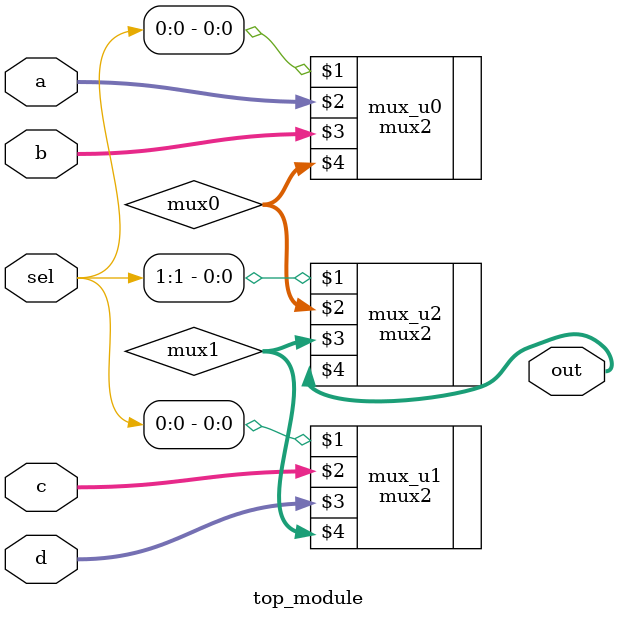
<source format=v>
module top_module (
    input [1:0] sel,
    input [7:0] a,
    input [7:0] b,
    input [7:0] c,
    input [7:0] d,
    output [7:0] out  ); //

    // wire mux0, mux1;
    // mux2 mux0 ( sel[0],    a,    b, mux0 );
    // mux2 mux1 ( sel[1],    c,    d, mux1 );
    // mux2 mux2 ( sel[1], mux0, mux1,  out );

    wire [7:0] mux0;
    wire [7:0] mux1;
    mux2 mux_u0 ( sel[0],    a,    b, mux0 );
    mux2 mux_u1 ( sel[0],    c,    d, mux1 );
    mux2 mux_u2 ( sel[1], mux0, mux1,  out );

// 00 a
// 01 b
// 10 c
// 11 d

endmodule
</source>
